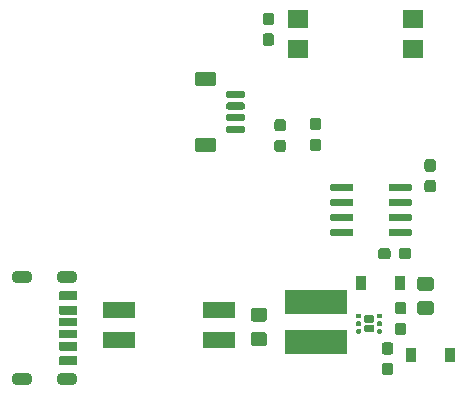
<source format=gtp>
G04 #@! TF.GenerationSoftware,KiCad,Pcbnew,(5.1.5-0)*
G04 #@! TF.CreationDate,2022-05-19T14:53:53-06:00*
G04 #@! TF.ProjectId,TPS61165-heater-v5,54505336-3131-4363-952d-686561746572,rev?*
G04 #@! TF.SameCoordinates,Original*
G04 #@! TF.FileFunction,Paste,Top*
G04 #@! TF.FilePolarity,Positive*
%FSLAX46Y46*%
G04 Gerber Fmt 4.6, Leading zero omitted, Abs format (unit mm)*
G04 Created by KiCad (PCBNEW (5.1.5-0)) date 2022-05-19 14:53:53*
%MOMM*%
%LPD*%
G04 APERTURE LIST*
%ADD10C,0.100000*%
%ADD11O,1.800000X1.100000*%
%ADD12R,1.500000X0.800000*%
%ADD13R,1.500000X0.760000*%
%ADD14R,1.500000X0.700000*%
%ADD15R,0.900000X1.200000*%
%ADD16R,1.800000X1.600000*%
%ADD17R,5.300000X2.000000*%
%ADD18R,2.825000X1.400000*%
G04 APERTURE END LIST*
D10*
G36*
X123224000Y-80650000D02*
G01*
X123224000Y-81450000D01*
X121726000Y-81450000D01*
X121726000Y-80650000D01*
X123224000Y-80650000D01*
G37*
G36*
X123224000Y-81900000D02*
G01*
X123224000Y-82660000D01*
X121726000Y-82660000D01*
X121726000Y-81900000D01*
X123224000Y-81900000D01*
G37*
G36*
X123224000Y-82949000D02*
G01*
X123224000Y-83650000D01*
X121726000Y-83650000D01*
X121726000Y-82949000D01*
X123224000Y-82949000D01*
G37*
G36*
X123224000Y-83950000D02*
G01*
X123224000Y-84651000D01*
X121726000Y-84651000D01*
X121726000Y-83950000D01*
X123224000Y-83950000D01*
G37*
G36*
X123224000Y-84940000D02*
G01*
X123224000Y-85700000D01*
X121726000Y-85700000D01*
X121726000Y-84940000D01*
X123224000Y-84940000D01*
G37*
G36*
X123224000Y-86149000D02*
G01*
X123224000Y-86950000D01*
X121726000Y-86950000D01*
X121726000Y-86149000D01*
X123224000Y-86149000D01*
G37*
D11*
X118525000Y-79480000D03*
X118525000Y-88120000D03*
X122325000Y-79480000D03*
X122325000Y-88120000D03*
D12*
X122475000Y-81050000D03*
D13*
X122475000Y-82280000D03*
D14*
X122475000Y-83300000D03*
X122475000Y-84300000D03*
D13*
X122475000Y-85320000D03*
D12*
X122475000Y-86550000D03*
D10*
G36*
X153360779Y-71251144D02*
G01*
X153383834Y-71254563D01*
X153406443Y-71260227D01*
X153428387Y-71268079D01*
X153449457Y-71278044D01*
X153469448Y-71290026D01*
X153488168Y-71303910D01*
X153505438Y-71319562D01*
X153521090Y-71336832D01*
X153534974Y-71355552D01*
X153546956Y-71375543D01*
X153556921Y-71396613D01*
X153564773Y-71418557D01*
X153570437Y-71441166D01*
X153573856Y-71464221D01*
X153575000Y-71487500D01*
X153575000Y-72062500D01*
X153573856Y-72085779D01*
X153570437Y-72108834D01*
X153564773Y-72131443D01*
X153556921Y-72153387D01*
X153546956Y-72174457D01*
X153534974Y-72194448D01*
X153521090Y-72213168D01*
X153505438Y-72230438D01*
X153488168Y-72246090D01*
X153469448Y-72259974D01*
X153449457Y-72271956D01*
X153428387Y-72281921D01*
X153406443Y-72289773D01*
X153383834Y-72295437D01*
X153360779Y-72298856D01*
X153337500Y-72300000D01*
X152862500Y-72300000D01*
X152839221Y-72298856D01*
X152816166Y-72295437D01*
X152793557Y-72289773D01*
X152771613Y-72281921D01*
X152750543Y-72271956D01*
X152730552Y-72259974D01*
X152711832Y-72246090D01*
X152694562Y-72230438D01*
X152678910Y-72213168D01*
X152665026Y-72194448D01*
X152653044Y-72174457D01*
X152643079Y-72153387D01*
X152635227Y-72131443D01*
X152629563Y-72108834D01*
X152626144Y-72085779D01*
X152625000Y-72062500D01*
X152625000Y-71487500D01*
X152626144Y-71464221D01*
X152629563Y-71441166D01*
X152635227Y-71418557D01*
X152643079Y-71396613D01*
X152653044Y-71375543D01*
X152665026Y-71355552D01*
X152678910Y-71336832D01*
X152694562Y-71319562D01*
X152711832Y-71303910D01*
X152730552Y-71290026D01*
X152750543Y-71278044D01*
X152771613Y-71268079D01*
X152793557Y-71260227D01*
X152816166Y-71254563D01*
X152839221Y-71251144D01*
X152862500Y-71250000D01*
X153337500Y-71250000D01*
X153360779Y-71251144D01*
G37*
G36*
X153360779Y-69501144D02*
G01*
X153383834Y-69504563D01*
X153406443Y-69510227D01*
X153428387Y-69518079D01*
X153449457Y-69528044D01*
X153469448Y-69540026D01*
X153488168Y-69553910D01*
X153505438Y-69569562D01*
X153521090Y-69586832D01*
X153534974Y-69605552D01*
X153546956Y-69625543D01*
X153556921Y-69646613D01*
X153564773Y-69668557D01*
X153570437Y-69691166D01*
X153573856Y-69714221D01*
X153575000Y-69737500D01*
X153575000Y-70312500D01*
X153573856Y-70335779D01*
X153570437Y-70358834D01*
X153564773Y-70381443D01*
X153556921Y-70403387D01*
X153546956Y-70424457D01*
X153534974Y-70444448D01*
X153521090Y-70463168D01*
X153505438Y-70480438D01*
X153488168Y-70496090D01*
X153469448Y-70509974D01*
X153449457Y-70521956D01*
X153428387Y-70531921D01*
X153406443Y-70539773D01*
X153383834Y-70545437D01*
X153360779Y-70548856D01*
X153337500Y-70550000D01*
X152862500Y-70550000D01*
X152839221Y-70548856D01*
X152816166Y-70545437D01*
X152793557Y-70539773D01*
X152771613Y-70531921D01*
X152750543Y-70521956D01*
X152730552Y-70509974D01*
X152711832Y-70496090D01*
X152694562Y-70480438D01*
X152678910Y-70463168D01*
X152665026Y-70444448D01*
X152653044Y-70424457D01*
X152643079Y-70403387D01*
X152635227Y-70381443D01*
X152629563Y-70358834D01*
X152626144Y-70335779D01*
X152625000Y-70312500D01*
X152625000Y-69737500D01*
X152626144Y-69714221D01*
X152629563Y-69691166D01*
X152635227Y-69668557D01*
X152643079Y-69646613D01*
X152653044Y-69625543D01*
X152665026Y-69605552D01*
X152678910Y-69586832D01*
X152694562Y-69569562D01*
X152711832Y-69553910D01*
X152730552Y-69540026D01*
X152750543Y-69528044D01*
X152771613Y-69518079D01*
X152793557Y-69510227D01*
X152816166Y-69504563D01*
X152839221Y-69501144D01*
X152862500Y-69500000D01*
X153337500Y-69500000D01*
X153360779Y-69501144D01*
G37*
G36*
X151414703Y-71595722D02*
G01*
X151429264Y-71597882D01*
X151443543Y-71601459D01*
X151457403Y-71606418D01*
X151470710Y-71612712D01*
X151483336Y-71620280D01*
X151495159Y-71629048D01*
X151506066Y-71638934D01*
X151515952Y-71649841D01*
X151524720Y-71661664D01*
X151532288Y-71674290D01*
X151538582Y-71687597D01*
X151543541Y-71701457D01*
X151547118Y-71715736D01*
X151549278Y-71730297D01*
X151550000Y-71745000D01*
X151550000Y-72045000D01*
X151549278Y-72059703D01*
X151547118Y-72074264D01*
X151543541Y-72088543D01*
X151538582Y-72102403D01*
X151532288Y-72115710D01*
X151524720Y-72128336D01*
X151515952Y-72140159D01*
X151506066Y-72151066D01*
X151495159Y-72160952D01*
X151483336Y-72169720D01*
X151470710Y-72177288D01*
X151457403Y-72183582D01*
X151443543Y-72188541D01*
X151429264Y-72192118D01*
X151414703Y-72194278D01*
X151400000Y-72195000D01*
X149750000Y-72195000D01*
X149735297Y-72194278D01*
X149720736Y-72192118D01*
X149706457Y-72188541D01*
X149692597Y-72183582D01*
X149679290Y-72177288D01*
X149666664Y-72169720D01*
X149654841Y-72160952D01*
X149643934Y-72151066D01*
X149634048Y-72140159D01*
X149625280Y-72128336D01*
X149617712Y-72115710D01*
X149611418Y-72102403D01*
X149606459Y-72088543D01*
X149602882Y-72074264D01*
X149600722Y-72059703D01*
X149600000Y-72045000D01*
X149600000Y-71745000D01*
X149600722Y-71730297D01*
X149602882Y-71715736D01*
X149606459Y-71701457D01*
X149611418Y-71687597D01*
X149617712Y-71674290D01*
X149625280Y-71661664D01*
X149634048Y-71649841D01*
X149643934Y-71638934D01*
X149654841Y-71629048D01*
X149666664Y-71620280D01*
X149679290Y-71612712D01*
X149692597Y-71606418D01*
X149706457Y-71601459D01*
X149720736Y-71597882D01*
X149735297Y-71595722D01*
X149750000Y-71595000D01*
X151400000Y-71595000D01*
X151414703Y-71595722D01*
G37*
G36*
X151414703Y-72865722D02*
G01*
X151429264Y-72867882D01*
X151443543Y-72871459D01*
X151457403Y-72876418D01*
X151470710Y-72882712D01*
X151483336Y-72890280D01*
X151495159Y-72899048D01*
X151506066Y-72908934D01*
X151515952Y-72919841D01*
X151524720Y-72931664D01*
X151532288Y-72944290D01*
X151538582Y-72957597D01*
X151543541Y-72971457D01*
X151547118Y-72985736D01*
X151549278Y-73000297D01*
X151550000Y-73015000D01*
X151550000Y-73315000D01*
X151549278Y-73329703D01*
X151547118Y-73344264D01*
X151543541Y-73358543D01*
X151538582Y-73372403D01*
X151532288Y-73385710D01*
X151524720Y-73398336D01*
X151515952Y-73410159D01*
X151506066Y-73421066D01*
X151495159Y-73430952D01*
X151483336Y-73439720D01*
X151470710Y-73447288D01*
X151457403Y-73453582D01*
X151443543Y-73458541D01*
X151429264Y-73462118D01*
X151414703Y-73464278D01*
X151400000Y-73465000D01*
X149750000Y-73465000D01*
X149735297Y-73464278D01*
X149720736Y-73462118D01*
X149706457Y-73458541D01*
X149692597Y-73453582D01*
X149679290Y-73447288D01*
X149666664Y-73439720D01*
X149654841Y-73430952D01*
X149643934Y-73421066D01*
X149634048Y-73410159D01*
X149625280Y-73398336D01*
X149617712Y-73385710D01*
X149611418Y-73372403D01*
X149606459Y-73358543D01*
X149602882Y-73344264D01*
X149600722Y-73329703D01*
X149600000Y-73315000D01*
X149600000Y-73015000D01*
X149600722Y-73000297D01*
X149602882Y-72985736D01*
X149606459Y-72971457D01*
X149611418Y-72957597D01*
X149617712Y-72944290D01*
X149625280Y-72931664D01*
X149634048Y-72919841D01*
X149643934Y-72908934D01*
X149654841Y-72899048D01*
X149666664Y-72890280D01*
X149679290Y-72882712D01*
X149692597Y-72876418D01*
X149706457Y-72871459D01*
X149720736Y-72867882D01*
X149735297Y-72865722D01*
X149750000Y-72865000D01*
X151400000Y-72865000D01*
X151414703Y-72865722D01*
G37*
G36*
X151414703Y-74135722D02*
G01*
X151429264Y-74137882D01*
X151443543Y-74141459D01*
X151457403Y-74146418D01*
X151470710Y-74152712D01*
X151483336Y-74160280D01*
X151495159Y-74169048D01*
X151506066Y-74178934D01*
X151515952Y-74189841D01*
X151524720Y-74201664D01*
X151532288Y-74214290D01*
X151538582Y-74227597D01*
X151543541Y-74241457D01*
X151547118Y-74255736D01*
X151549278Y-74270297D01*
X151550000Y-74285000D01*
X151550000Y-74585000D01*
X151549278Y-74599703D01*
X151547118Y-74614264D01*
X151543541Y-74628543D01*
X151538582Y-74642403D01*
X151532288Y-74655710D01*
X151524720Y-74668336D01*
X151515952Y-74680159D01*
X151506066Y-74691066D01*
X151495159Y-74700952D01*
X151483336Y-74709720D01*
X151470710Y-74717288D01*
X151457403Y-74723582D01*
X151443543Y-74728541D01*
X151429264Y-74732118D01*
X151414703Y-74734278D01*
X151400000Y-74735000D01*
X149750000Y-74735000D01*
X149735297Y-74734278D01*
X149720736Y-74732118D01*
X149706457Y-74728541D01*
X149692597Y-74723582D01*
X149679290Y-74717288D01*
X149666664Y-74709720D01*
X149654841Y-74700952D01*
X149643934Y-74691066D01*
X149634048Y-74680159D01*
X149625280Y-74668336D01*
X149617712Y-74655710D01*
X149611418Y-74642403D01*
X149606459Y-74628543D01*
X149602882Y-74614264D01*
X149600722Y-74599703D01*
X149600000Y-74585000D01*
X149600000Y-74285000D01*
X149600722Y-74270297D01*
X149602882Y-74255736D01*
X149606459Y-74241457D01*
X149611418Y-74227597D01*
X149617712Y-74214290D01*
X149625280Y-74201664D01*
X149634048Y-74189841D01*
X149643934Y-74178934D01*
X149654841Y-74169048D01*
X149666664Y-74160280D01*
X149679290Y-74152712D01*
X149692597Y-74146418D01*
X149706457Y-74141459D01*
X149720736Y-74137882D01*
X149735297Y-74135722D01*
X149750000Y-74135000D01*
X151400000Y-74135000D01*
X151414703Y-74135722D01*
G37*
G36*
X151414703Y-75405722D02*
G01*
X151429264Y-75407882D01*
X151443543Y-75411459D01*
X151457403Y-75416418D01*
X151470710Y-75422712D01*
X151483336Y-75430280D01*
X151495159Y-75439048D01*
X151506066Y-75448934D01*
X151515952Y-75459841D01*
X151524720Y-75471664D01*
X151532288Y-75484290D01*
X151538582Y-75497597D01*
X151543541Y-75511457D01*
X151547118Y-75525736D01*
X151549278Y-75540297D01*
X151550000Y-75555000D01*
X151550000Y-75855000D01*
X151549278Y-75869703D01*
X151547118Y-75884264D01*
X151543541Y-75898543D01*
X151538582Y-75912403D01*
X151532288Y-75925710D01*
X151524720Y-75938336D01*
X151515952Y-75950159D01*
X151506066Y-75961066D01*
X151495159Y-75970952D01*
X151483336Y-75979720D01*
X151470710Y-75987288D01*
X151457403Y-75993582D01*
X151443543Y-75998541D01*
X151429264Y-76002118D01*
X151414703Y-76004278D01*
X151400000Y-76005000D01*
X149750000Y-76005000D01*
X149735297Y-76004278D01*
X149720736Y-76002118D01*
X149706457Y-75998541D01*
X149692597Y-75993582D01*
X149679290Y-75987288D01*
X149666664Y-75979720D01*
X149654841Y-75970952D01*
X149643934Y-75961066D01*
X149634048Y-75950159D01*
X149625280Y-75938336D01*
X149617712Y-75925710D01*
X149611418Y-75912403D01*
X149606459Y-75898543D01*
X149602882Y-75884264D01*
X149600722Y-75869703D01*
X149600000Y-75855000D01*
X149600000Y-75555000D01*
X149600722Y-75540297D01*
X149602882Y-75525736D01*
X149606459Y-75511457D01*
X149611418Y-75497597D01*
X149617712Y-75484290D01*
X149625280Y-75471664D01*
X149634048Y-75459841D01*
X149643934Y-75448934D01*
X149654841Y-75439048D01*
X149666664Y-75430280D01*
X149679290Y-75422712D01*
X149692597Y-75416418D01*
X149706457Y-75411459D01*
X149720736Y-75407882D01*
X149735297Y-75405722D01*
X149750000Y-75405000D01*
X151400000Y-75405000D01*
X151414703Y-75405722D01*
G37*
G36*
X146464703Y-75405722D02*
G01*
X146479264Y-75407882D01*
X146493543Y-75411459D01*
X146507403Y-75416418D01*
X146520710Y-75422712D01*
X146533336Y-75430280D01*
X146545159Y-75439048D01*
X146556066Y-75448934D01*
X146565952Y-75459841D01*
X146574720Y-75471664D01*
X146582288Y-75484290D01*
X146588582Y-75497597D01*
X146593541Y-75511457D01*
X146597118Y-75525736D01*
X146599278Y-75540297D01*
X146600000Y-75555000D01*
X146600000Y-75855000D01*
X146599278Y-75869703D01*
X146597118Y-75884264D01*
X146593541Y-75898543D01*
X146588582Y-75912403D01*
X146582288Y-75925710D01*
X146574720Y-75938336D01*
X146565952Y-75950159D01*
X146556066Y-75961066D01*
X146545159Y-75970952D01*
X146533336Y-75979720D01*
X146520710Y-75987288D01*
X146507403Y-75993582D01*
X146493543Y-75998541D01*
X146479264Y-76002118D01*
X146464703Y-76004278D01*
X146450000Y-76005000D01*
X144800000Y-76005000D01*
X144785297Y-76004278D01*
X144770736Y-76002118D01*
X144756457Y-75998541D01*
X144742597Y-75993582D01*
X144729290Y-75987288D01*
X144716664Y-75979720D01*
X144704841Y-75970952D01*
X144693934Y-75961066D01*
X144684048Y-75950159D01*
X144675280Y-75938336D01*
X144667712Y-75925710D01*
X144661418Y-75912403D01*
X144656459Y-75898543D01*
X144652882Y-75884264D01*
X144650722Y-75869703D01*
X144650000Y-75855000D01*
X144650000Y-75555000D01*
X144650722Y-75540297D01*
X144652882Y-75525736D01*
X144656459Y-75511457D01*
X144661418Y-75497597D01*
X144667712Y-75484290D01*
X144675280Y-75471664D01*
X144684048Y-75459841D01*
X144693934Y-75448934D01*
X144704841Y-75439048D01*
X144716664Y-75430280D01*
X144729290Y-75422712D01*
X144742597Y-75416418D01*
X144756457Y-75411459D01*
X144770736Y-75407882D01*
X144785297Y-75405722D01*
X144800000Y-75405000D01*
X146450000Y-75405000D01*
X146464703Y-75405722D01*
G37*
G36*
X146464703Y-74135722D02*
G01*
X146479264Y-74137882D01*
X146493543Y-74141459D01*
X146507403Y-74146418D01*
X146520710Y-74152712D01*
X146533336Y-74160280D01*
X146545159Y-74169048D01*
X146556066Y-74178934D01*
X146565952Y-74189841D01*
X146574720Y-74201664D01*
X146582288Y-74214290D01*
X146588582Y-74227597D01*
X146593541Y-74241457D01*
X146597118Y-74255736D01*
X146599278Y-74270297D01*
X146600000Y-74285000D01*
X146600000Y-74585000D01*
X146599278Y-74599703D01*
X146597118Y-74614264D01*
X146593541Y-74628543D01*
X146588582Y-74642403D01*
X146582288Y-74655710D01*
X146574720Y-74668336D01*
X146565952Y-74680159D01*
X146556066Y-74691066D01*
X146545159Y-74700952D01*
X146533336Y-74709720D01*
X146520710Y-74717288D01*
X146507403Y-74723582D01*
X146493543Y-74728541D01*
X146479264Y-74732118D01*
X146464703Y-74734278D01*
X146450000Y-74735000D01*
X144800000Y-74735000D01*
X144785297Y-74734278D01*
X144770736Y-74732118D01*
X144756457Y-74728541D01*
X144742597Y-74723582D01*
X144729290Y-74717288D01*
X144716664Y-74709720D01*
X144704841Y-74700952D01*
X144693934Y-74691066D01*
X144684048Y-74680159D01*
X144675280Y-74668336D01*
X144667712Y-74655710D01*
X144661418Y-74642403D01*
X144656459Y-74628543D01*
X144652882Y-74614264D01*
X144650722Y-74599703D01*
X144650000Y-74585000D01*
X144650000Y-74285000D01*
X144650722Y-74270297D01*
X144652882Y-74255736D01*
X144656459Y-74241457D01*
X144661418Y-74227597D01*
X144667712Y-74214290D01*
X144675280Y-74201664D01*
X144684048Y-74189841D01*
X144693934Y-74178934D01*
X144704841Y-74169048D01*
X144716664Y-74160280D01*
X144729290Y-74152712D01*
X144742597Y-74146418D01*
X144756457Y-74141459D01*
X144770736Y-74137882D01*
X144785297Y-74135722D01*
X144800000Y-74135000D01*
X146450000Y-74135000D01*
X146464703Y-74135722D01*
G37*
G36*
X146464703Y-72865722D02*
G01*
X146479264Y-72867882D01*
X146493543Y-72871459D01*
X146507403Y-72876418D01*
X146520710Y-72882712D01*
X146533336Y-72890280D01*
X146545159Y-72899048D01*
X146556066Y-72908934D01*
X146565952Y-72919841D01*
X146574720Y-72931664D01*
X146582288Y-72944290D01*
X146588582Y-72957597D01*
X146593541Y-72971457D01*
X146597118Y-72985736D01*
X146599278Y-73000297D01*
X146600000Y-73015000D01*
X146600000Y-73315000D01*
X146599278Y-73329703D01*
X146597118Y-73344264D01*
X146593541Y-73358543D01*
X146588582Y-73372403D01*
X146582288Y-73385710D01*
X146574720Y-73398336D01*
X146565952Y-73410159D01*
X146556066Y-73421066D01*
X146545159Y-73430952D01*
X146533336Y-73439720D01*
X146520710Y-73447288D01*
X146507403Y-73453582D01*
X146493543Y-73458541D01*
X146479264Y-73462118D01*
X146464703Y-73464278D01*
X146450000Y-73465000D01*
X144800000Y-73465000D01*
X144785297Y-73464278D01*
X144770736Y-73462118D01*
X144756457Y-73458541D01*
X144742597Y-73453582D01*
X144729290Y-73447288D01*
X144716664Y-73439720D01*
X144704841Y-73430952D01*
X144693934Y-73421066D01*
X144684048Y-73410159D01*
X144675280Y-73398336D01*
X144667712Y-73385710D01*
X144661418Y-73372403D01*
X144656459Y-73358543D01*
X144652882Y-73344264D01*
X144650722Y-73329703D01*
X144650000Y-73315000D01*
X144650000Y-73015000D01*
X144650722Y-73000297D01*
X144652882Y-72985736D01*
X144656459Y-72971457D01*
X144661418Y-72957597D01*
X144667712Y-72944290D01*
X144675280Y-72931664D01*
X144684048Y-72919841D01*
X144693934Y-72908934D01*
X144704841Y-72899048D01*
X144716664Y-72890280D01*
X144729290Y-72882712D01*
X144742597Y-72876418D01*
X144756457Y-72871459D01*
X144770736Y-72867882D01*
X144785297Y-72865722D01*
X144800000Y-72865000D01*
X146450000Y-72865000D01*
X146464703Y-72865722D01*
G37*
G36*
X146464703Y-71595722D02*
G01*
X146479264Y-71597882D01*
X146493543Y-71601459D01*
X146507403Y-71606418D01*
X146520710Y-71612712D01*
X146533336Y-71620280D01*
X146545159Y-71629048D01*
X146556066Y-71638934D01*
X146565952Y-71649841D01*
X146574720Y-71661664D01*
X146582288Y-71674290D01*
X146588582Y-71687597D01*
X146593541Y-71701457D01*
X146597118Y-71715736D01*
X146599278Y-71730297D01*
X146600000Y-71745000D01*
X146600000Y-72045000D01*
X146599278Y-72059703D01*
X146597118Y-72074264D01*
X146593541Y-72088543D01*
X146588582Y-72102403D01*
X146582288Y-72115710D01*
X146574720Y-72128336D01*
X146565952Y-72140159D01*
X146556066Y-72151066D01*
X146545159Y-72160952D01*
X146533336Y-72169720D01*
X146520710Y-72177288D01*
X146507403Y-72183582D01*
X146493543Y-72188541D01*
X146479264Y-72192118D01*
X146464703Y-72194278D01*
X146450000Y-72195000D01*
X144800000Y-72195000D01*
X144785297Y-72194278D01*
X144770736Y-72192118D01*
X144756457Y-72188541D01*
X144742597Y-72183582D01*
X144729290Y-72177288D01*
X144716664Y-72169720D01*
X144704841Y-72160952D01*
X144693934Y-72151066D01*
X144684048Y-72140159D01*
X144675280Y-72128336D01*
X144667712Y-72115710D01*
X144661418Y-72102403D01*
X144656459Y-72088543D01*
X144652882Y-72074264D01*
X144650722Y-72059703D01*
X144650000Y-72045000D01*
X144650000Y-71745000D01*
X144650722Y-71730297D01*
X144652882Y-71715736D01*
X144656459Y-71701457D01*
X144661418Y-71687597D01*
X144667712Y-71674290D01*
X144675280Y-71661664D01*
X144684048Y-71649841D01*
X144693934Y-71638934D01*
X144704841Y-71629048D01*
X144716664Y-71620280D01*
X144729290Y-71612712D01*
X144742597Y-71606418D01*
X144756457Y-71601459D01*
X144770736Y-71597882D01*
X144785297Y-71595722D01*
X144800000Y-71595000D01*
X146450000Y-71595000D01*
X146464703Y-71595722D01*
G37*
D15*
X151450000Y-86100000D03*
X154750000Y-86100000D03*
D16*
X151676000Y-57630000D03*
X151676000Y-60170000D03*
X141924000Y-60170000D03*
X141924000Y-57630000D03*
D17*
X143400000Y-81600000D03*
X143400000Y-85000000D03*
D10*
G36*
X143660779Y-66001144D02*
G01*
X143683834Y-66004563D01*
X143706443Y-66010227D01*
X143728387Y-66018079D01*
X143749457Y-66028044D01*
X143769448Y-66040026D01*
X143788168Y-66053910D01*
X143805438Y-66069562D01*
X143821090Y-66086832D01*
X143834974Y-66105552D01*
X143846956Y-66125543D01*
X143856921Y-66146613D01*
X143864773Y-66168557D01*
X143870437Y-66191166D01*
X143873856Y-66214221D01*
X143875000Y-66237500D01*
X143875000Y-66812500D01*
X143873856Y-66835779D01*
X143870437Y-66858834D01*
X143864773Y-66881443D01*
X143856921Y-66903387D01*
X143846956Y-66924457D01*
X143834974Y-66944448D01*
X143821090Y-66963168D01*
X143805438Y-66980438D01*
X143788168Y-66996090D01*
X143769448Y-67009974D01*
X143749457Y-67021956D01*
X143728387Y-67031921D01*
X143706443Y-67039773D01*
X143683834Y-67045437D01*
X143660779Y-67048856D01*
X143637500Y-67050000D01*
X143162500Y-67050000D01*
X143139221Y-67048856D01*
X143116166Y-67045437D01*
X143093557Y-67039773D01*
X143071613Y-67031921D01*
X143050543Y-67021956D01*
X143030552Y-67009974D01*
X143011832Y-66996090D01*
X142994562Y-66980438D01*
X142978910Y-66963168D01*
X142965026Y-66944448D01*
X142953044Y-66924457D01*
X142943079Y-66903387D01*
X142935227Y-66881443D01*
X142929563Y-66858834D01*
X142926144Y-66835779D01*
X142925000Y-66812500D01*
X142925000Y-66237500D01*
X142926144Y-66214221D01*
X142929563Y-66191166D01*
X142935227Y-66168557D01*
X142943079Y-66146613D01*
X142953044Y-66125543D01*
X142965026Y-66105552D01*
X142978910Y-66086832D01*
X142994562Y-66069562D01*
X143011832Y-66053910D01*
X143030552Y-66040026D01*
X143050543Y-66028044D01*
X143071613Y-66018079D01*
X143093557Y-66010227D01*
X143116166Y-66004563D01*
X143139221Y-66001144D01*
X143162500Y-66000000D01*
X143637500Y-66000000D01*
X143660779Y-66001144D01*
G37*
G36*
X143660779Y-67751144D02*
G01*
X143683834Y-67754563D01*
X143706443Y-67760227D01*
X143728387Y-67768079D01*
X143749457Y-67778044D01*
X143769448Y-67790026D01*
X143788168Y-67803910D01*
X143805438Y-67819562D01*
X143821090Y-67836832D01*
X143834974Y-67855552D01*
X143846956Y-67875543D01*
X143856921Y-67896613D01*
X143864773Y-67918557D01*
X143870437Y-67941166D01*
X143873856Y-67964221D01*
X143875000Y-67987500D01*
X143875000Y-68562500D01*
X143873856Y-68585779D01*
X143870437Y-68608834D01*
X143864773Y-68631443D01*
X143856921Y-68653387D01*
X143846956Y-68674457D01*
X143834974Y-68694448D01*
X143821090Y-68713168D01*
X143805438Y-68730438D01*
X143788168Y-68746090D01*
X143769448Y-68759974D01*
X143749457Y-68771956D01*
X143728387Y-68781921D01*
X143706443Y-68789773D01*
X143683834Y-68795437D01*
X143660779Y-68798856D01*
X143637500Y-68800000D01*
X143162500Y-68800000D01*
X143139221Y-68798856D01*
X143116166Y-68795437D01*
X143093557Y-68789773D01*
X143071613Y-68781921D01*
X143050543Y-68771956D01*
X143030552Y-68759974D01*
X143011832Y-68746090D01*
X142994562Y-68730438D01*
X142978910Y-68713168D01*
X142965026Y-68694448D01*
X142953044Y-68674457D01*
X142943079Y-68653387D01*
X142935227Y-68631443D01*
X142929563Y-68608834D01*
X142926144Y-68585779D01*
X142925000Y-68562500D01*
X142925000Y-67987500D01*
X142926144Y-67964221D01*
X142929563Y-67941166D01*
X142935227Y-67918557D01*
X142943079Y-67896613D01*
X142953044Y-67875543D01*
X142965026Y-67855552D01*
X142978910Y-67836832D01*
X142994562Y-67819562D01*
X143011832Y-67803910D01*
X143030552Y-67790026D01*
X143050543Y-67778044D01*
X143071613Y-67768079D01*
X143093557Y-67760227D01*
X143116166Y-67754563D01*
X143139221Y-67751144D01*
X143162500Y-67750000D01*
X143637500Y-67750000D01*
X143660779Y-67751144D01*
G37*
G36*
X140660779Y-66101144D02*
G01*
X140683834Y-66104563D01*
X140706443Y-66110227D01*
X140728387Y-66118079D01*
X140749457Y-66128044D01*
X140769448Y-66140026D01*
X140788168Y-66153910D01*
X140805438Y-66169562D01*
X140821090Y-66186832D01*
X140834974Y-66205552D01*
X140846956Y-66225543D01*
X140856921Y-66246613D01*
X140864773Y-66268557D01*
X140870437Y-66291166D01*
X140873856Y-66314221D01*
X140875000Y-66337500D01*
X140875000Y-66912500D01*
X140873856Y-66935779D01*
X140870437Y-66958834D01*
X140864773Y-66981443D01*
X140856921Y-67003387D01*
X140846956Y-67024457D01*
X140834974Y-67044448D01*
X140821090Y-67063168D01*
X140805438Y-67080438D01*
X140788168Y-67096090D01*
X140769448Y-67109974D01*
X140749457Y-67121956D01*
X140728387Y-67131921D01*
X140706443Y-67139773D01*
X140683834Y-67145437D01*
X140660779Y-67148856D01*
X140637500Y-67150000D01*
X140162500Y-67150000D01*
X140139221Y-67148856D01*
X140116166Y-67145437D01*
X140093557Y-67139773D01*
X140071613Y-67131921D01*
X140050543Y-67121956D01*
X140030552Y-67109974D01*
X140011832Y-67096090D01*
X139994562Y-67080438D01*
X139978910Y-67063168D01*
X139965026Y-67044448D01*
X139953044Y-67024457D01*
X139943079Y-67003387D01*
X139935227Y-66981443D01*
X139929563Y-66958834D01*
X139926144Y-66935779D01*
X139925000Y-66912500D01*
X139925000Y-66337500D01*
X139926144Y-66314221D01*
X139929563Y-66291166D01*
X139935227Y-66268557D01*
X139943079Y-66246613D01*
X139953044Y-66225543D01*
X139965026Y-66205552D01*
X139978910Y-66186832D01*
X139994562Y-66169562D01*
X140011832Y-66153910D01*
X140030552Y-66140026D01*
X140050543Y-66128044D01*
X140071613Y-66118079D01*
X140093557Y-66110227D01*
X140116166Y-66104563D01*
X140139221Y-66101144D01*
X140162500Y-66100000D01*
X140637500Y-66100000D01*
X140660779Y-66101144D01*
G37*
G36*
X140660779Y-67851144D02*
G01*
X140683834Y-67854563D01*
X140706443Y-67860227D01*
X140728387Y-67868079D01*
X140749457Y-67878044D01*
X140769448Y-67890026D01*
X140788168Y-67903910D01*
X140805438Y-67919562D01*
X140821090Y-67936832D01*
X140834974Y-67955552D01*
X140846956Y-67975543D01*
X140856921Y-67996613D01*
X140864773Y-68018557D01*
X140870437Y-68041166D01*
X140873856Y-68064221D01*
X140875000Y-68087500D01*
X140875000Y-68662500D01*
X140873856Y-68685779D01*
X140870437Y-68708834D01*
X140864773Y-68731443D01*
X140856921Y-68753387D01*
X140846956Y-68774457D01*
X140834974Y-68794448D01*
X140821090Y-68813168D01*
X140805438Y-68830438D01*
X140788168Y-68846090D01*
X140769448Y-68859974D01*
X140749457Y-68871956D01*
X140728387Y-68881921D01*
X140706443Y-68889773D01*
X140683834Y-68895437D01*
X140660779Y-68898856D01*
X140637500Y-68900000D01*
X140162500Y-68900000D01*
X140139221Y-68898856D01*
X140116166Y-68895437D01*
X140093557Y-68889773D01*
X140071613Y-68881921D01*
X140050543Y-68871956D01*
X140030552Y-68859974D01*
X140011832Y-68846090D01*
X139994562Y-68830438D01*
X139978910Y-68813168D01*
X139965026Y-68794448D01*
X139953044Y-68774457D01*
X139943079Y-68753387D01*
X139935227Y-68731443D01*
X139929563Y-68708834D01*
X139926144Y-68685779D01*
X139925000Y-68662500D01*
X139925000Y-68087500D01*
X139926144Y-68064221D01*
X139929563Y-68041166D01*
X139935227Y-68018557D01*
X139943079Y-67996613D01*
X139953044Y-67975543D01*
X139965026Y-67955552D01*
X139978910Y-67936832D01*
X139994562Y-67919562D01*
X140011832Y-67903910D01*
X140030552Y-67890026D01*
X140050543Y-67878044D01*
X140071613Y-67868079D01*
X140093557Y-67860227D01*
X140116166Y-67854563D01*
X140139221Y-67851144D01*
X140162500Y-67850000D01*
X140637500Y-67850000D01*
X140660779Y-67851144D01*
G37*
G36*
X134774505Y-62101204D02*
G01*
X134798773Y-62104804D01*
X134822572Y-62110765D01*
X134845671Y-62119030D01*
X134867850Y-62129520D01*
X134888893Y-62142132D01*
X134908599Y-62156747D01*
X134926777Y-62173223D01*
X134943253Y-62191401D01*
X134957868Y-62211107D01*
X134970480Y-62232150D01*
X134980970Y-62254329D01*
X134989235Y-62277428D01*
X134995196Y-62301227D01*
X134998796Y-62325495D01*
X135000000Y-62349999D01*
X135000000Y-63050001D01*
X134998796Y-63074505D01*
X134995196Y-63098773D01*
X134989235Y-63122572D01*
X134980970Y-63145671D01*
X134970480Y-63167850D01*
X134957868Y-63188893D01*
X134943253Y-63208599D01*
X134926777Y-63226777D01*
X134908599Y-63243253D01*
X134888893Y-63257868D01*
X134867850Y-63270480D01*
X134845671Y-63280970D01*
X134822572Y-63289235D01*
X134798773Y-63295196D01*
X134774505Y-63298796D01*
X134750001Y-63300000D01*
X133449999Y-63300000D01*
X133425495Y-63298796D01*
X133401227Y-63295196D01*
X133377428Y-63289235D01*
X133354329Y-63280970D01*
X133332150Y-63270480D01*
X133311107Y-63257868D01*
X133291401Y-63243253D01*
X133273223Y-63226777D01*
X133256747Y-63208599D01*
X133242132Y-63188893D01*
X133229520Y-63167850D01*
X133219030Y-63145671D01*
X133210765Y-63122572D01*
X133204804Y-63098773D01*
X133201204Y-63074505D01*
X133200000Y-63050001D01*
X133200000Y-62349999D01*
X133201204Y-62325495D01*
X133204804Y-62301227D01*
X133210765Y-62277428D01*
X133219030Y-62254329D01*
X133229520Y-62232150D01*
X133242132Y-62211107D01*
X133256747Y-62191401D01*
X133273223Y-62173223D01*
X133291401Y-62156747D01*
X133311107Y-62142132D01*
X133332150Y-62129520D01*
X133354329Y-62119030D01*
X133377428Y-62110765D01*
X133401227Y-62104804D01*
X133425495Y-62101204D01*
X133449999Y-62100000D01*
X134750001Y-62100000D01*
X134774505Y-62101204D01*
G37*
G36*
X134774505Y-67701204D02*
G01*
X134798773Y-67704804D01*
X134822572Y-67710765D01*
X134845671Y-67719030D01*
X134867850Y-67729520D01*
X134888893Y-67742132D01*
X134908599Y-67756747D01*
X134926777Y-67773223D01*
X134943253Y-67791401D01*
X134957868Y-67811107D01*
X134970480Y-67832150D01*
X134980970Y-67854329D01*
X134989235Y-67877428D01*
X134995196Y-67901227D01*
X134998796Y-67925495D01*
X135000000Y-67949999D01*
X135000000Y-68650001D01*
X134998796Y-68674505D01*
X134995196Y-68698773D01*
X134989235Y-68722572D01*
X134980970Y-68745671D01*
X134970480Y-68767850D01*
X134957868Y-68788893D01*
X134943253Y-68808599D01*
X134926777Y-68826777D01*
X134908599Y-68843253D01*
X134888893Y-68857868D01*
X134867850Y-68870480D01*
X134845671Y-68880970D01*
X134822572Y-68889235D01*
X134798773Y-68895196D01*
X134774505Y-68898796D01*
X134750001Y-68900000D01*
X133449999Y-68900000D01*
X133425495Y-68898796D01*
X133401227Y-68895196D01*
X133377428Y-68889235D01*
X133354329Y-68880970D01*
X133332150Y-68870480D01*
X133311107Y-68857868D01*
X133291401Y-68843253D01*
X133273223Y-68826777D01*
X133256747Y-68808599D01*
X133242132Y-68788893D01*
X133229520Y-68767850D01*
X133219030Y-68745671D01*
X133210765Y-68722572D01*
X133204804Y-68698773D01*
X133201204Y-68674505D01*
X133200000Y-68650001D01*
X133200000Y-67949999D01*
X133201204Y-67925495D01*
X133204804Y-67901227D01*
X133210765Y-67877428D01*
X133219030Y-67854329D01*
X133229520Y-67832150D01*
X133242132Y-67811107D01*
X133256747Y-67791401D01*
X133273223Y-67773223D01*
X133291401Y-67756747D01*
X133311107Y-67742132D01*
X133332150Y-67729520D01*
X133354329Y-67719030D01*
X133377428Y-67710765D01*
X133401227Y-67704804D01*
X133425495Y-67701204D01*
X133449999Y-67700000D01*
X134750001Y-67700000D01*
X134774505Y-67701204D01*
G37*
G36*
X137264703Y-63700722D02*
G01*
X137279264Y-63702882D01*
X137293543Y-63706459D01*
X137307403Y-63711418D01*
X137320710Y-63717712D01*
X137333336Y-63725280D01*
X137345159Y-63734048D01*
X137356066Y-63743934D01*
X137365952Y-63754841D01*
X137374720Y-63766664D01*
X137382288Y-63779290D01*
X137388582Y-63792597D01*
X137393541Y-63806457D01*
X137397118Y-63820736D01*
X137399278Y-63835297D01*
X137400000Y-63850000D01*
X137400000Y-64150000D01*
X137399278Y-64164703D01*
X137397118Y-64179264D01*
X137393541Y-64193543D01*
X137388582Y-64207403D01*
X137382288Y-64220710D01*
X137374720Y-64233336D01*
X137365952Y-64245159D01*
X137356066Y-64256066D01*
X137345159Y-64265952D01*
X137333336Y-64274720D01*
X137320710Y-64282288D01*
X137307403Y-64288582D01*
X137293543Y-64293541D01*
X137279264Y-64297118D01*
X137264703Y-64299278D01*
X137250000Y-64300000D01*
X136000000Y-64300000D01*
X135985297Y-64299278D01*
X135970736Y-64297118D01*
X135956457Y-64293541D01*
X135942597Y-64288582D01*
X135929290Y-64282288D01*
X135916664Y-64274720D01*
X135904841Y-64265952D01*
X135893934Y-64256066D01*
X135884048Y-64245159D01*
X135875280Y-64233336D01*
X135867712Y-64220710D01*
X135861418Y-64207403D01*
X135856459Y-64193543D01*
X135852882Y-64179264D01*
X135850722Y-64164703D01*
X135850000Y-64150000D01*
X135850000Y-63850000D01*
X135850722Y-63835297D01*
X135852882Y-63820736D01*
X135856459Y-63806457D01*
X135861418Y-63792597D01*
X135867712Y-63779290D01*
X135875280Y-63766664D01*
X135884048Y-63754841D01*
X135893934Y-63743934D01*
X135904841Y-63734048D01*
X135916664Y-63725280D01*
X135929290Y-63717712D01*
X135942597Y-63711418D01*
X135956457Y-63706459D01*
X135970736Y-63702882D01*
X135985297Y-63700722D01*
X136000000Y-63700000D01*
X137250000Y-63700000D01*
X137264703Y-63700722D01*
G37*
G36*
X137264703Y-64700722D02*
G01*
X137279264Y-64702882D01*
X137293543Y-64706459D01*
X137307403Y-64711418D01*
X137320710Y-64717712D01*
X137333336Y-64725280D01*
X137345159Y-64734048D01*
X137356066Y-64743934D01*
X137365952Y-64754841D01*
X137374720Y-64766664D01*
X137382288Y-64779290D01*
X137388582Y-64792597D01*
X137393541Y-64806457D01*
X137397118Y-64820736D01*
X137399278Y-64835297D01*
X137400000Y-64850000D01*
X137400000Y-65150000D01*
X137399278Y-65164703D01*
X137397118Y-65179264D01*
X137393541Y-65193543D01*
X137388582Y-65207403D01*
X137382288Y-65220710D01*
X137374720Y-65233336D01*
X137365952Y-65245159D01*
X137356066Y-65256066D01*
X137345159Y-65265952D01*
X137333336Y-65274720D01*
X137320710Y-65282288D01*
X137307403Y-65288582D01*
X137293543Y-65293541D01*
X137279264Y-65297118D01*
X137264703Y-65299278D01*
X137250000Y-65300000D01*
X136000000Y-65300000D01*
X135985297Y-65299278D01*
X135970736Y-65297118D01*
X135956457Y-65293541D01*
X135942597Y-65288582D01*
X135929290Y-65282288D01*
X135916664Y-65274720D01*
X135904841Y-65265952D01*
X135893934Y-65256066D01*
X135884048Y-65245159D01*
X135875280Y-65233336D01*
X135867712Y-65220710D01*
X135861418Y-65207403D01*
X135856459Y-65193543D01*
X135852882Y-65179264D01*
X135850722Y-65164703D01*
X135850000Y-65150000D01*
X135850000Y-64850000D01*
X135850722Y-64835297D01*
X135852882Y-64820736D01*
X135856459Y-64806457D01*
X135861418Y-64792597D01*
X135867712Y-64779290D01*
X135875280Y-64766664D01*
X135884048Y-64754841D01*
X135893934Y-64743934D01*
X135904841Y-64734048D01*
X135916664Y-64725280D01*
X135929290Y-64717712D01*
X135942597Y-64711418D01*
X135956457Y-64706459D01*
X135970736Y-64702882D01*
X135985297Y-64700722D01*
X136000000Y-64700000D01*
X137250000Y-64700000D01*
X137264703Y-64700722D01*
G37*
G36*
X137264703Y-65700722D02*
G01*
X137279264Y-65702882D01*
X137293543Y-65706459D01*
X137307403Y-65711418D01*
X137320710Y-65717712D01*
X137333336Y-65725280D01*
X137345159Y-65734048D01*
X137356066Y-65743934D01*
X137365952Y-65754841D01*
X137374720Y-65766664D01*
X137382288Y-65779290D01*
X137388582Y-65792597D01*
X137393541Y-65806457D01*
X137397118Y-65820736D01*
X137399278Y-65835297D01*
X137400000Y-65850000D01*
X137400000Y-66150000D01*
X137399278Y-66164703D01*
X137397118Y-66179264D01*
X137393541Y-66193543D01*
X137388582Y-66207403D01*
X137382288Y-66220710D01*
X137374720Y-66233336D01*
X137365952Y-66245159D01*
X137356066Y-66256066D01*
X137345159Y-66265952D01*
X137333336Y-66274720D01*
X137320710Y-66282288D01*
X137307403Y-66288582D01*
X137293543Y-66293541D01*
X137279264Y-66297118D01*
X137264703Y-66299278D01*
X137250000Y-66300000D01*
X136000000Y-66300000D01*
X135985297Y-66299278D01*
X135970736Y-66297118D01*
X135956457Y-66293541D01*
X135942597Y-66288582D01*
X135929290Y-66282288D01*
X135916664Y-66274720D01*
X135904841Y-66265952D01*
X135893934Y-66256066D01*
X135884048Y-66245159D01*
X135875280Y-66233336D01*
X135867712Y-66220710D01*
X135861418Y-66207403D01*
X135856459Y-66193543D01*
X135852882Y-66179264D01*
X135850722Y-66164703D01*
X135850000Y-66150000D01*
X135850000Y-65850000D01*
X135850722Y-65835297D01*
X135852882Y-65820736D01*
X135856459Y-65806457D01*
X135861418Y-65792597D01*
X135867712Y-65779290D01*
X135875280Y-65766664D01*
X135884048Y-65754841D01*
X135893934Y-65743934D01*
X135904841Y-65734048D01*
X135916664Y-65725280D01*
X135929290Y-65717712D01*
X135942597Y-65711418D01*
X135956457Y-65706459D01*
X135970736Y-65702882D01*
X135985297Y-65700722D01*
X136000000Y-65700000D01*
X137250000Y-65700000D01*
X137264703Y-65700722D01*
G37*
G36*
X137264703Y-66700722D02*
G01*
X137279264Y-66702882D01*
X137293543Y-66706459D01*
X137307403Y-66711418D01*
X137320710Y-66717712D01*
X137333336Y-66725280D01*
X137345159Y-66734048D01*
X137356066Y-66743934D01*
X137365952Y-66754841D01*
X137374720Y-66766664D01*
X137382288Y-66779290D01*
X137388582Y-66792597D01*
X137393541Y-66806457D01*
X137397118Y-66820736D01*
X137399278Y-66835297D01*
X137400000Y-66850000D01*
X137400000Y-67150000D01*
X137399278Y-67164703D01*
X137397118Y-67179264D01*
X137393541Y-67193543D01*
X137388582Y-67207403D01*
X137382288Y-67220710D01*
X137374720Y-67233336D01*
X137365952Y-67245159D01*
X137356066Y-67256066D01*
X137345159Y-67265952D01*
X137333336Y-67274720D01*
X137320710Y-67282288D01*
X137307403Y-67288582D01*
X137293543Y-67293541D01*
X137279264Y-67297118D01*
X137264703Y-67299278D01*
X137250000Y-67300000D01*
X136000000Y-67300000D01*
X135985297Y-67299278D01*
X135970736Y-67297118D01*
X135956457Y-67293541D01*
X135942597Y-67288582D01*
X135929290Y-67282288D01*
X135916664Y-67274720D01*
X135904841Y-67265952D01*
X135893934Y-67256066D01*
X135884048Y-67245159D01*
X135875280Y-67233336D01*
X135867712Y-67220710D01*
X135861418Y-67207403D01*
X135856459Y-67193543D01*
X135852882Y-67179264D01*
X135850722Y-67164703D01*
X135850000Y-67150000D01*
X135850000Y-66850000D01*
X135850722Y-66835297D01*
X135852882Y-66820736D01*
X135856459Y-66806457D01*
X135861418Y-66792597D01*
X135867712Y-66779290D01*
X135875280Y-66766664D01*
X135884048Y-66754841D01*
X135893934Y-66743934D01*
X135904841Y-66734048D01*
X135916664Y-66725280D01*
X135929290Y-66717712D01*
X135942597Y-66711418D01*
X135956457Y-66706459D01*
X135970736Y-66702882D01*
X135985297Y-66700722D01*
X136000000Y-66700000D01*
X137250000Y-66700000D01*
X137264703Y-66700722D01*
G37*
G36*
X151285779Y-77026144D02*
G01*
X151308834Y-77029563D01*
X151331443Y-77035227D01*
X151353387Y-77043079D01*
X151374457Y-77053044D01*
X151394448Y-77065026D01*
X151413168Y-77078910D01*
X151430438Y-77094562D01*
X151446090Y-77111832D01*
X151459974Y-77130552D01*
X151471956Y-77150543D01*
X151481921Y-77171613D01*
X151489773Y-77193557D01*
X151495437Y-77216166D01*
X151498856Y-77239221D01*
X151500000Y-77262500D01*
X151500000Y-77737500D01*
X151498856Y-77760779D01*
X151495437Y-77783834D01*
X151489773Y-77806443D01*
X151481921Y-77828387D01*
X151471956Y-77849457D01*
X151459974Y-77869448D01*
X151446090Y-77888168D01*
X151430438Y-77905438D01*
X151413168Y-77921090D01*
X151394448Y-77934974D01*
X151374457Y-77946956D01*
X151353387Y-77956921D01*
X151331443Y-77964773D01*
X151308834Y-77970437D01*
X151285779Y-77973856D01*
X151262500Y-77975000D01*
X150687500Y-77975000D01*
X150664221Y-77973856D01*
X150641166Y-77970437D01*
X150618557Y-77964773D01*
X150596613Y-77956921D01*
X150575543Y-77946956D01*
X150555552Y-77934974D01*
X150536832Y-77921090D01*
X150519562Y-77905438D01*
X150503910Y-77888168D01*
X150490026Y-77869448D01*
X150478044Y-77849457D01*
X150468079Y-77828387D01*
X150460227Y-77806443D01*
X150454563Y-77783834D01*
X150451144Y-77760779D01*
X150450000Y-77737500D01*
X150450000Y-77262500D01*
X150451144Y-77239221D01*
X150454563Y-77216166D01*
X150460227Y-77193557D01*
X150468079Y-77171613D01*
X150478044Y-77150543D01*
X150490026Y-77130552D01*
X150503910Y-77111832D01*
X150519562Y-77094562D01*
X150536832Y-77078910D01*
X150555552Y-77065026D01*
X150575543Y-77053044D01*
X150596613Y-77043079D01*
X150618557Y-77035227D01*
X150641166Y-77029563D01*
X150664221Y-77026144D01*
X150687500Y-77025000D01*
X151262500Y-77025000D01*
X151285779Y-77026144D01*
G37*
G36*
X149535779Y-77026144D02*
G01*
X149558834Y-77029563D01*
X149581443Y-77035227D01*
X149603387Y-77043079D01*
X149624457Y-77053044D01*
X149644448Y-77065026D01*
X149663168Y-77078910D01*
X149680438Y-77094562D01*
X149696090Y-77111832D01*
X149709974Y-77130552D01*
X149721956Y-77150543D01*
X149731921Y-77171613D01*
X149739773Y-77193557D01*
X149745437Y-77216166D01*
X149748856Y-77239221D01*
X149750000Y-77262500D01*
X149750000Y-77737500D01*
X149748856Y-77760779D01*
X149745437Y-77783834D01*
X149739773Y-77806443D01*
X149731921Y-77828387D01*
X149721956Y-77849457D01*
X149709974Y-77869448D01*
X149696090Y-77888168D01*
X149680438Y-77905438D01*
X149663168Y-77921090D01*
X149644448Y-77934974D01*
X149624457Y-77946956D01*
X149603387Y-77956921D01*
X149581443Y-77964773D01*
X149558834Y-77970437D01*
X149535779Y-77973856D01*
X149512500Y-77975000D01*
X148937500Y-77975000D01*
X148914221Y-77973856D01*
X148891166Y-77970437D01*
X148868557Y-77964773D01*
X148846613Y-77956921D01*
X148825543Y-77946956D01*
X148805552Y-77934974D01*
X148786832Y-77921090D01*
X148769562Y-77905438D01*
X148753910Y-77888168D01*
X148740026Y-77869448D01*
X148728044Y-77849457D01*
X148718079Y-77828387D01*
X148710227Y-77806443D01*
X148704563Y-77783834D01*
X148701144Y-77760779D01*
X148700000Y-77737500D01*
X148700000Y-77262500D01*
X148701144Y-77239221D01*
X148704563Y-77216166D01*
X148710227Y-77193557D01*
X148718079Y-77171613D01*
X148728044Y-77150543D01*
X148740026Y-77130552D01*
X148753910Y-77111832D01*
X148769562Y-77094562D01*
X148786832Y-77078910D01*
X148805552Y-77065026D01*
X148825543Y-77053044D01*
X148846613Y-77043079D01*
X148868557Y-77035227D01*
X148891166Y-77029563D01*
X148914221Y-77026144D01*
X148937500Y-77025000D01*
X149512500Y-77025000D01*
X149535779Y-77026144D01*
G37*
G36*
X139660779Y-57101144D02*
G01*
X139683834Y-57104563D01*
X139706443Y-57110227D01*
X139728387Y-57118079D01*
X139749457Y-57128044D01*
X139769448Y-57140026D01*
X139788168Y-57153910D01*
X139805438Y-57169562D01*
X139821090Y-57186832D01*
X139834974Y-57205552D01*
X139846956Y-57225543D01*
X139856921Y-57246613D01*
X139864773Y-57268557D01*
X139870437Y-57291166D01*
X139873856Y-57314221D01*
X139875000Y-57337500D01*
X139875000Y-57912500D01*
X139873856Y-57935779D01*
X139870437Y-57958834D01*
X139864773Y-57981443D01*
X139856921Y-58003387D01*
X139846956Y-58024457D01*
X139834974Y-58044448D01*
X139821090Y-58063168D01*
X139805438Y-58080438D01*
X139788168Y-58096090D01*
X139769448Y-58109974D01*
X139749457Y-58121956D01*
X139728387Y-58131921D01*
X139706443Y-58139773D01*
X139683834Y-58145437D01*
X139660779Y-58148856D01*
X139637500Y-58150000D01*
X139162500Y-58150000D01*
X139139221Y-58148856D01*
X139116166Y-58145437D01*
X139093557Y-58139773D01*
X139071613Y-58131921D01*
X139050543Y-58121956D01*
X139030552Y-58109974D01*
X139011832Y-58096090D01*
X138994562Y-58080438D01*
X138978910Y-58063168D01*
X138965026Y-58044448D01*
X138953044Y-58024457D01*
X138943079Y-58003387D01*
X138935227Y-57981443D01*
X138929563Y-57958834D01*
X138926144Y-57935779D01*
X138925000Y-57912500D01*
X138925000Y-57337500D01*
X138926144Y-57314221D01*
X138929563Y-57291166D01*
X138935227Y-57268557D01*
X138943079Y-57246613D01*
X138953044Y-57225543D01*
X138965026Y-57205552D01*
X138978910Y-57186832D01*
X138994562Y-57169562D01*
X139011832Y-57153910D01*
X139030552Y-57140026D01*
X139050543Y-57128044D01*
X139071613Y-57118079D01*
X139093557Y-57110227D01*
X139116166Y-57104563D01*
X139139221Y-57101144D01*
X139162500Y-57100000D01*
X139637500Y-57100000D01*
X139660779Y-57101144D01*
G37*
G36*
X139660779Y-58851144D02*
G01*
X139683834Y-58854563D01*
X139706443Y-58860227D01*
X139728387Y-58868079D01*
X139749457Y-58878044D01*
X139769448Y-58890026D01*
X139788168Y-58903910D01*
X139805438Y-58919562D01*
X139821090Y-58936832D01*
X139834974Y-58955552D01*
X139846956Y-58975543D01*
X139856921Y-58996613D01*
X139864773Y-59018557D01*
X139870437Y-59041166D01*
X139873856Y-59064221D01*
X139875000Y-59087500D01*
X139875000Y-59662500D01*
X139873856Y-59685779D01*
X139870437Y-59708834D01*
X139864773Y-59731443D01*
X139856921Y-59753387D01*
X139846956Y-59774457D01*
X139834974Y-59794448D01*
X139821090Y-59813168D01*
X139805438Y-59830438D01*
X139788168Y-59846090D01*
X139769448Y-59859974D01*
X139749457Y-59871956D01*
X139728387Y-59881921D01*
X139706443Y-59889773D01*
X139683834Y-59895437D01*
X139660779Y-59898856D01*
X139637500Y-59900000D01*
X139162500Y-59900000D01*
X139139221Y-59898856D01*
X139116166Y-59895437D01*
X139093557Y-59889773D01*
X139071613Y-59881921D01*
X139050543Y-59871956D01*
X139030552Y-59859974D01*
X139011832Y-59846090D01*
X138994562Y-59830438D01*
X138978910Y-59813168D01*
X138965026Y-59794448D01*
X138953044Y-59774457D01*
X138943079Y-59753387D01*
X138935227Y-59731443D01*
X138929563Y-59708834D01*
X138926144Y-59685779D01*
X138925000Y-59662500D01*
X138925000Y-59087500D01*
X138926144Y-59064221D01*
X138929563Y-59041166D01*
X138935227Y-59018557D01*
X138943079Y-58996613D01*
X138953044Y-58975543D01*
X138965026Y-58955552D01*
X138978910Y-58936832D01*
X138994562Y-58919562D01*
X139011832Y-58903910D01*
X139030552Y-58890026D01*
X139050543Y-58878044D01*
X139071613Y-58868079D01*
X139093557Y-58860227D01*
X139116166Y-58854563D01*
X139139221Y-58851144D01*
X139162500Y-58850000D01*
X139637500Y-58850000D01*
X139660779Y-58851144D01*
G37*
D18*
X135237000Y-82230000D03*
X135237000Y-84770000D03*
X126763000Y-84770000D03*
X126763000Y-82230000D03*
D10*
G36*
X148190683Y-82710770D02*
G01*
X148206214Y-82713074D01*
X148221446Y-82716890D01*
X148236229Y-82722179D01*
X148250423Y-82728893D01*
X148263891Y-82736965D01*
X148276503Y-82746318D01*
X148288137Y-82756863D01*
X148298682Y-82768497D01*
X148308035Y-82781109D01*
X148316107Y-82794577D01*
X148322821Y-82808771D01*
X148328110Y-82823554D01*
X148331926Y-82838786D01*
X148334230Y-82854317D01*
X148335000Y-82870000D01*
X148335000Y-83190000D01*
X148334230Y-83205683D01*
X148331926Y-83221214D01*
X148328110Y-83236446D01*
X148322821Y-83251229D01*
X148316107Y-83265423D01*
X148308035Y-83278891D01*
X148298682Y-83291503D01*
X148288137Y-83303137D01*
X148276503Y-83313682D01*
X148263891Y-83323035D01*
X148250423Y-83331107D01*
X148236229Y-83337821D01*
X148221446Y-83343110D01*
X148206214Y-83346926D01*
X148190683Y-83349230D01*
X148175000Y-83350000D01*
X147685000Y-83350000D01*
X147669317Y-83349230D01*
X147653786Y-83346926D01*
X147638554Y-83343110D01*
X147623771Y-83337821D01*
X147609577Y-83331107D01*
X147596109Y-83323035D01*
X147583497Y-83313682D01*
X147571863Y-83303137D01*
X147561318Y-83291503D01*
X147551965Y-83278891D01*
X147543893Y-83265423D01*
X147537179Y-83251229D01*
X147531890Y-83236446D01*
X147528074Y-83221214D01*
X147525770Y-83205683D01*
X147525000Y-83190000D01*
X147525000Y-82870000D01*
X147525770Y-82854317D01*
X147528074Y-82838786D01*
X147531890Y-82823554D01*
X147537179Y-82808771D01*
X147543893Y-82794577D01*
X147551965Y-82781109D01*
X147561318Y-82768497D01*
X147571863Y-82756863D01*
X147583497Y-82746318D01*
X147596109Y-82736965D01*
X147609577Y-82728893D01*
X147623771Y-82722179D01*
X147638554Y-82716890D01*
X147653786Y-82713074D01*
X147669317Y-82710770D01*
X147685000Y-82710000D01*
X148175000Y-82710000D01*
X148190683Y-82710770D01*
G37*
G36*
X148190683Y-83510770D02*
G01*
X148206214Y-83513074D01*
X148221446Y-83516890D01*
X148236229Y-83522179D01*
X148250423Y-83528893D01*
X148263891Y-83536965D01*
X148276503Y-83546318D01*
X148288137Y-83556863D01*
X148298682Y-83568497D01*
X148308035Y-83581109D01*
X148316107Y-83594577D01*
X148322821Y-83608771D01*
X148328110Y-83623554D01*
X148331926Y-83638786D01*
X148334230Y-83654317D01*
X148335000Y-83670000D01*
X148335000Y-83990000D01*
X148334230Y-84005683D01*
X148331926Y-84021214D01*
X148328110Y-84036446D01*
X148322821Y-84051229D01*
X148316107Y-84065423D01*
X148308035Y-84078891D01*
X148298682Y-84091503D01*
X148288137Y-84103137D01*
X148276503Y-84113682D01*
X148263891Y-84123035D01*
X148250423Y-84131107D01*
X148236229Y-84137821D01*
X148221446Y-84143110D01*
X148206214Y-84146926D01*
X148190683Y-84149230D01*
X148175000Y-84150000D01*
X147685000Y-84150000D01*
X147669317Y-84149230D01*
X147653786Y-84146926D01*
X147638554Y-84143110D01*
X147623771Y-84137821D01*
X147609577Y-84131107D01*
X147596109Y-84123035D01*
X147583497Y-84113682D01*
X147571863Y-84103137D01*
X147561318Y-84091503D01*
X147551965Y-84078891D01*
X147543893Y-84065423D01*
X147537179Y-84051229D01*
X147531890Y-84036446D01*
X147528074Y-84021214D01*
X147525770Y-84005683D01*
X147525000Y-83990000D01*
X147525000Y-83670000D01*
X147525770Y-83654317D01*
X147528074Y-83638786D01*
X147531890Y-83623554D01*
X147537179Y-83608771D01*
X147543893Y-83594577D01*
X147551965Y-83581109D01*
X147561318Y-83568497D01*
X147571863Y-83556863D01*
X147583497Y-83546318D01*
X147596109Y-83536965D01*
X147609577Y-83528893D01*
X147623771Y-83522179D01*
X147638554Y-83516890D01*
X147653786Y-83513074D01*
X147669317Y-83510770D01*
X147685000Y-83510000D01*
X148175000Y-83510000D01*
X148190683Y-83510770D01*
G37*
G36*
X147145439Y-83880451D02*
G01*
X147154540Y-83881801D01*
X147163464Y-83884037D01*
X147172127Y-83887136D01*
X147180443Y-83891070D01*
X147188335Y-83895800D01*
X147195724Y-83901280D01*
X147202541Y-83907459D01*
X147208720Y-83914276D01*
X147214200Y-83921665D01*
X147218930Y-83929557D01*
X147222864Y-83937873D01*
X147225963Y-83946536D01*
X147228199Y-83955460D01*
X147229549Y-83964561D01*
X147230000Y-83973750D01*
X147230000Y-84186250D01*
X147229549Y-84195439D01*
X147228199Y-84204540D01*
X147225963Y-84213464D01*
X147222864Y-84222127D01*
X147218930Y-84230443D01*
X147214200Y-84238335D01*
X147208720Y-84245724D01*
X147202541Y-84252541D01*
X147195724Y-84258720D01*
X147188335Y-84264200D01*
X147180443Y-84268930D01*
X147172127Y-84272864D01*
X147163464Y-84275963D01*
X147154540Y-84278199D01*
X147145439Y-84279549D01*
X147136250Y-84280000D01*
X146948750Y-84280000D01*
X146939561Y-84279549D01*
X146930460Y-84278199D01*
X146921536Y-84275963D01*
X146912873Y-84272864D01*
X146904557Y-84268930D01*
X146896665Y-84264200D01*
X146889276Y-84258720D01*
X146882459Y-84252541D01*
X146876280Y-84245724D01*
X146870800Y-84238335D01*
X146866070Y-84230443D01*
X146862136Y-84222127D01*
X146859037Y-84213464D01*
X146856801Y-84204540D01*
X146855451Y-84195439D01*
X146855000Y-84186250D01*
X146855000Y-83973750D01*
X146855451Y-83964561D01*
X146856801Y-83955460D01*
X146859037Y-83946536D01*
X146862136Y-83937873D01*
X146866070Y-83929557D01*
X146870800Y-83921665D01*
X146876280Y-83914276D01*
X146882459Y-83907459D01*
X146889276Y-83901280D01*
X146896665Y-83895800D01*
X146904557Y-83891070D01*
X146912873Y-83887136D01*
X146921536Y-83884037D01*
X146930460Y-83881801D01*
X146939561Y-83880451D01*
X146948750Y-83880000D01*
X147136250Y-83880000D01*
X147145439Y-83880451D01*
G37*
G36*
X147145439Y-83230451D02*
G01*
X147154540Y-83231801D01*
X147163464Y-83234037D01*
X147172127Y-83237136D01*
X147180443Y-83241070D01*
X147188335Y-83245800D01*
X147195724Y-83251280D01*
X147202541Y-83257459D01*
X147208720Y-83264276D01*
X147214200Y-83271665D01*
X147218930Y-83279557D01*
X147222864Y-83287873D01*
X147225963Y-83296536D01*
X147228199Y-83305460D01*
X147229549Y-83314561D01*
X147230000Y-83323750D01*
X147230000Y-83536250D01*
X147229549Y-83545439D01*
X147228199Y-83554540D01*
X147225963Y-83563464D01*
X147222864Y-83572127D01*
X147218930Y-83580443D01*
X147214200Y-83588335D01*
X147208720Y-83595724D01*
X147202541Y-83602541D01*
X147195724Y-83608720D01*
X147188335Y-83614200D01*
X147180443Y-83618930D01*
X147172127Y-83622864D01*
X147163464Y-83625963D01*
X147154540Y-83628199D01*
X147145439Y-83629549D01*
X147136250Y-83630000D01*
X146948750Y-83630000D01*
X146939561Y-83629549D01*
X146930460Y-83628199D01*
X146921536Y-83625963D01*
X146912873Y-83622864D01*
X146904557Y-83618930D01*
X146896665Y-83614200D01*
X146889276Y-83608720D01*
X146882459Y-83602541D01*
X146876280Y-83595724D01*
X146870800Y-83588335D01*
X146866070Y-83580443D01*
X146862136Y-83572127D01*
X146859037Y-83563464D01*
X146856801Y-83554540D01*
X146855451Y-83545439D01*
X146855000Y-83536250D01*
X146855000Y-83323750D01*
X146855451Y-83314561D01*
X146856801Y-83305460D01*
X146859037Y-83296536D01*
X146862136Y-83287873D01*
X146866070Y-83279557D01*
X146870800Y-83271665D01*
X146876280Y-83264276D01*
X146882459Y-83257459D01*
X146889276Y-83251280D01*
X146896665Y-83245800D01*
X146904557Y-83241070D01*
X146912873Y-83237136D01*
X146921536Y-83234037D01*
X146930460Y-83231801D01*
X146939561Y-83230451D01*
X146948750Y-83230000D01*
X147136250Y-83230000D01*
X147145439Y-83230451D01*
G37*
G36*
X147145439Y-82580451D02*
G01*
X147154540Y-82581801D01*
X147163464Y-82584037D01*
X147172127Y-82587136D01*
X147180443Y-82591070D01*
X147188335Y-82595800D01*
X147195724Y-82601280D01*
X147202541Y-82607459D01*
X147208720Y-82614276D01*
X147214200Y-82621665D01*
X147218930Y-82629557D01*
X147222864Y-82637873D01*
X147225963Y-82646536D01*
X147228199Y-82655460D01*
X147229549Y-82664561D01*
X147230000Y-82673750D01*
X147230000Y-82886250D01*
X147229549Y-82895439D01*
X147228199Y-82904540D01*
X147225963Y-82913464D01*
X147222864Y-82922127D01*
X147218930Y-82930443D01*
X147214200Y-82938335D01*
X147208720Y-82945724D01*
X147202541Y-82952541D01*
X147195724Y-82958720D01*
X147188335Y-82964200D01*
X147180443Y-82968930D01*
X147172127Y-82972864D01*
X147163464Y-82975963D01*
X147154540Y-82978199D01*
X147145439Y-82979549D01*
X147136250Y-82980000D01*
X146948750Y-82980000D01*
X146939561Y-82979549D01*
X146930460Y-82978199D01*
X146921536Y-82975963D01*
X146912873Y-82972864D01*
X146904557Y-82968930D01*
X146896665Y-82964200D01*
X146889276Y-82958720D01*
X146882459Y-82952541D01*
X146876280Y-82945724D01*
X146870800Y-82938335D01*
X146866070Y-82930443D01*
X146862136Y-82922127D01*
X146859037Y-82913464D01*
X146856801Y-82904540D01*
X146855451Y-82895439D01*
X146855000Y-82886250D01*
X146855000Y-82673750D01*
X146855451Y-82664561D01*
X146856801Y-82655460D01*
X146859037Y-82646536D01*
X146862136Y-82637873D01*
X146866070Y-82629557D01*
X146870800Y-82621665D01*
X146876280Y-82614276D01*
X146882459Y-82607459D01*
X146889276Y-82601280D01*
X146896665Y-82595800D01*
X146904557Y-82591070D01*
X146912873Y-82587136D01*
X146921536Y-82584037D01*
X146930460Y-82581801D01*
X146939561Y-82580451D01*
X146948750Y-82580000D01*
X147136250Y-82580000D01*
X147145439Y-82580451D01*
G37*
G36*
X148920439Y-82580451D02*
G01*
X148929540Y-82581801D01*
X148938464Y-82584037D01*
X148947127Y-82587136D01*
X148955443Y-82591070D01*
X148963335Y-82595800D01*
X148970724Y-82601280D01*
X148977541Y-82607459D01*
X148983720Y-82614276D01*
X148989200Y-82621665D01*
X148993930Y-82629557D01*
X148997864Y-82637873D01*
X149000963Y-82646536D01*
X149003199Y-82655460D01*
X149004549Y-82664561D01*
X149005000Y-82673750D01*
X149005000Y-82886250D01*
X149004549Y-82895439D01*
X149003199Y-82904540D01*
X149000963Y-82913464D01*
X148997864Y-82922127D01*
X148993930Y-82930443D01*
X148989200Y-82938335D01*
X148983720Y-82945724D01*
X148977541Y-82952541D01*
X148970724Y-82958720D01*
X148963335Y-82964200D01*
X148955443Y-82968930D01*
X148947127Y-82972864D01*
X148938464Y-82975963D01*
X148929540Y-82978199D01*
X148920439Y-82979549D01*
X148911250Y-82980000D01*
X148723750Y-82980000D01*
X148714561Y-82979549D01*
X148705460Y-82978199D01*
X148696536Y-82975963D01*
X148687873Y-82972864D01*
X148679557Y-82968930D01*
X148671665Y-82964200D01*
X148664276Y-82958720D01*
X148657459Y-82952541D01*
X148651280Y-82945724D01*
X148645800Y-82938335D01*
X148641070Y-82930443D01*
X148637136Y-82922127D01*
X148634037Y-82913464D01*
X148631801Y-82904540D01*
X148630451Y-82895439D01*
X148630000Y-82886250D01*
X148630000Y-82673750D01*
X148630451Y-82664561D01*
X148631801Y-82655460D01*
X148634037Y-82646536D01*
X148637136Y-82637873D01*
X148641070Y-82629557D01*
X148645800Y-82621665D01*
X148651280Y-82614276D01*
X148657459Y-82607459D01*
X148664276Y-82601280D01*
X148671665Y-82595800D01*
X148679557Y-82591070D01*
X148687873Y-82587136D01*
X148696536Y-82584037D01*
X148705460Y-82581801D01*
X148714561Y-82580451D01*
X148723750Y-82580000D01*
X148911250Y-82580000D01*
X148920439Y-82580451D01*
G37*
G36*
X148920439Y-83230451D02*
G01*
X148929540Y-83231801D01*
X148938464Y-83234037D01*
X148947127Y-83237136D01*
X148955443Y-83241070D01*
X148963335Y-83245800D01*
X148970724Y-83251280D01*
X148977541Y-83257459D01*
X148983720Y-83264276D01*
X148989200Y-83271665D01*
X148993930Y-83279557D01*
X148997864Y-83287873D01*
X149000963Y-83296536D01*
X149003199Y-83305460D01*
X149004549Y-83314561D01*
X149005000Y-83323750D01*
X149005000Y-83536250D01*
X149004549Y-83545439D01*
X149003199Y-83554540D01*
X149000963Y-83563464D01*
X148997864Y-83572127D01*
X148993930Y-83580443D01*
X148989200Y-83588335D01*
X148983720Y-83595724D01*
X148977541Y-83602541D01*
X148970724Y-83608720D01*
X148963335Y-83614200D01*
X148955443Y-83618930D01*
X148947127Y-83622864D01*
X148938464Y-83625963D01*
X148929540Y-83628199D01*
X148920439Y-83629549D01*
X148911250Y-83630000D01*
X148723750Y-83630000D01*
X148714561Y-83629549D01*
X148705460Y-83628199D01*
X148696536Y-83625963D01*
X148687873Y-83622864D01*
X148679557Y-83618930D01*
X148671665Y-83614200D01*
X148664276Y-83608720D01*
X148657459Y-83602541D01*
X148651280Y-83595724D01*
X148645800Y-83588335D01*
X148641070Y-83580443D01*
X148637136Y-83572127D01*
X148634037Y-83563464D01*
X148631801Y-83554540D01*
X148630451Y-83545439D01*
X148630000Y-83536250D01*
X148630000Y-83323750D01*
X148630451Y-83314561D01*
X148631801Y-83305460D01*
X148634037Y-83296536D01*
X148637136Y-83287873D01*
X148641070Y-83279557D01*
X148645800Y-83271665D01*
X148651280Y-83264276D01*
X148657459Y-83257459D01*
X148664276Y-83251280D01*
X148671665Y-83245800D01*
X148679557Y-83241070D01*
X148687873Y-83237136D01*
X148696536Y-83234037D01*
X148705460Y-83231801D01*
X148714561Y-83230451D01*
X148723750Y-83230000D01*
X148911250Y-83230000D01*
X148920439Y-83230451D01*
G37*
G36*
X148920439Y-83880451D02*
G01*
X148929540Y-83881801D01*
X148938464Y-83884037D01*
X148947127Y-83887136D01*
X148955443Y-83891070D01*
X148963335Y-83895800D01*
X148970724Y-83901280D01*
X148977541Y-83907459D01*
X148983720Y-83914276D01*
X148989200Y-83921665D01*
X148993930Y-83929557D01*
X148997864Y-83937873D01*
X149000963Y-83946536D01*
X149003199Y-83955460D01*
X149004549Y-83964561D01*
X149005000Y-83973750D01*
X149005000Y-84186250D01*
X149004549Y-84195439D01*
X149003199Y-84204540D01*
X149000963Y-84213464D01*
X148997864Y-84222127D01*
X148993930Y-84230443D01*
X148989200Y-84238335D01*
X148983720Y-84245724D01*
X148977541Y-84252541D01*
X148970724Y-84258720D01*
X148963335Y-84264200D01*
X148955443Y-84268930D01*
X148947127Y-84272864D01*
X148938464Y-84275963D01*
X148929540Y-84278199D01*
X148920439Y-84279549D01*
X148911250Y-84280000D01*
X148723750Y-84280000D01*
X148714561Y-84279549D01*
X148705460Y-84278199D01*
X148696536Y-84275963D01*
X148687873Y-84272864D01*
X148679557Y-84268930D01*
X148671665Y-84264200D01*
X148664276Y-84258720D01*
X148657459Y-84252541D01*
X148651280Y-84245724D01*
X148645800Y-84238335D01*
X148641070Y-84230443D01*
X148637136Y-84222127D01*
X148634037Y-84213464D01*
X148631801Y-84204540D01*
X148630451Y-84195439D01*
X148630000Y-84186250D01*
X148630000Y-83973750D01*
X148630451Y-83964561D01*
X148631801Y-83955460D01*
X148634037Y-83946536D01*
X148637136Y-83937873D01*
X148641070Y-83929557D01*
X148645800Y-83921665D01*
X148651280Y-83914276D01*
X148657459Y-83907459D01*
X148664276Y-83901280D01*
X148671665Y-83895800D01*
X148679557Y-83891070D01*
X148687873Y-83887136D01*
X148696536Y-83884037D01*
X148705460Y-83881801D01*
X148714561Y-83880451D01*
X148723750Y-83880000D01*
X148911250Y-83880000D01*
X148920439Y-83880451D01*
G37*
G36*
X149760779Y-86751144D02*
G01*
X149783834Y-86754563D01*
X149806443Y-86760227D01*
X149828387Y-86768079D01*
X149849457Y-86778044D01*
X149869448Y-86790026D01*
X149888168Y-86803910D01*
X149905438Y-86819562D01*
X149921090Y-86836832D01*
X149934974Y-86855552D01*
X149946956Y-86875543D01*
X149956921Y-86896613D01*
X149964773Y-86918557D01*
X149970437Y-86941166D01*
X149973856Y-86964221D01*
X149975000Y-86987500D01*
X149975000Y-87562500D01*
X149973856Y-87585779D01*
X149970437Y-87608834D01*
X149964773Y-87631443D01*
X149956921Y-87653387D01*
X149946956Y-87674457D01*
X149934974Y-87694448D01*
X149921090Y-87713168D01*
X149905438Y-87730438D01*
X149888168Y-87746090D01*
X149869448Y-87759974D01*
X149849457Y-87771956D01*
X149828387Y-87781921D01*
X149806443Y-87789773D01*
X149783834Y-87795437D01*
X149760779Y-87798856D01*
X149737500Y-87800000D01*
X149262500Y-87800000D01*
X149239221Y-87798856D01*
X149216166Y-87795437D01*
X149193557Y-87789773D01*
X149171613Y-87781921D01*
X149150543Y-87771956D01*
X149130552Y-87759974D01*
X149111832Y-87746090D01*
X149094562Y-87730438D01*
X149078910Y-87713168D01*
X149065026Y-87694448D01*
X149053044Y-87674457D01*
X149043079Y-87653387D01*
X149035227Y-87631443D01*
X149029563Y-87608834D01*
X149026144Y-87585779D01*
X149025000Y-87562500D01*
X149025000Y-86987500D01*
X149026144Y-86964221D01*
X149029563Y-86941166D01*
X149035227Y-86918557D01*
X149043079Y-86896613D01*
X149053044Y-86875543D01*
X149065026Y-86855552D01*
X149078910Y-86836832D01*
X149094562Y-86819562D01*
X149111832Y-86803910D01*
X149130552Y-86790026D01*
X149150543Y-86778044D01*
X149171613Y-86768079D01*
X149193557Y-86760227D01*
X149216166Y-86754563D01*
X149239221Y-86751144D01*
X149262500Y-86750000D01*
X149737500Y-86750000D01*
X149760779Y-86751144D01*
G37*
G36*
X149760779Y-85001144D02*
G01*
X149783834Y-85004563D01*
X149806443Y-85010227D01*
X149828387Y-85018079D01*
X149849457Y-85028044D01*
X149869448Y-85040026D01*
X149888168Y-85053910D01*
X149905438Y-85069562D01*
X149921090Y-85086832D01*
X149934974Y-85105552D01*
X149946956Y-85125543D01*
X149956921Y-85146613D01*
X149964773Y-85168557D01*
X149970437Y-85191166D01*
X149973856Y-85214221D01*
X149975000Y-85237500D01*
X149975000Y-85812500D01*
X149973856Y-85835779D01*
X149970437Y-85858834D01*
X149964773Y-85881443D01*
X149956921Y-85903387D01*
X149946956Y-85924457D01*
X149934974Y-85944448D01*
X149921090Y-85963168D01*
X149905438Y-85980438D01*
X149888168Y-85996090D01*
X149869448Y-86009974D01*
X149849457Y-86021956D01*
X149828387Y-86031921D01*
X149806443Y-86039773D01*
X149783834Y-86045437D01*
X149760779Y-86048856D01*
X149737500Y-86050000D01*
X149262500Y-86050000D01*
X149239221Y-86048856D01*
X149216166Y-86045437D01*
X149193557Y-86039773D01*
X149171613Y-86031921D01*
X149150543Y-86021956D01*
X149130552Y-86009974D01*
X149111832Y-85996090D01*
X149094562Y-85980438D01*
X149078910Y-85963168D01*
X149065026Y-85944448D01*
X149053044Y-85924457D01*
X149043079Y-85903387D01*
X149035227Y-85881443D01*
X149029563Y-85858834D01*
X149026144Y-85835779D01*
X149025000Y-85812500D01*
X149025000Y-85237500D01*
X149026144Y-85214221D01*
X149029563Y-85191166D01*
X149035227Y-85168557D01*
X149043079Y-85146613D01*
X149053044Y-85125543D01*
X149065026Y-85105552D01*
X149078910Y-85086832D01*
X149094562Y-85069562D01*
X149111832Y-85053910D01*
X149130552Y-85040026D01*
X149150543Y-85028044D01*
X149171613Y-85018079D01*
X149193557Y-85010227D01*
X149216166Y-85004563D01*
X149239221Y-85001144D01*
X149262500Y-85000000D01*
X149737500Y-85000000D01*
X149760779Y-85001144D01*
G37*
D15*
X147250000Y-80000000D03*
X150550000Y-80000000D03*
D10*
G36*
X139074505Y-82101204D02*
G01*
X139098773Y-82104804D01*
X139122572Y-82110765D01*
X139145671Y-82119030D01*
X139167850Y-82129520D01*
X139188893Y-82142132D01*
X139208599Y-82156747D01*
X139226777Y-82173223D01*
X139243253Y-82191401D01*
X139257868Y-82211107D01*
X139270480Y-82232150D01*
X139280970Y-82254329D01*
X139289235Y-82277428D01*
X139295196Y-82301227D01*
X139298796Y-82325495D01*
X139300000Y-82349999D01*
X139300000Y-83000001D01*
X139298796Y-83024505D01*
X139295196Y-83048773D01*
X139289235Y-83072572D01*
X139280970Y-83095671D01*
X139270480Y-83117850D01*
X139257868Y-83138893D01*
X139243253Y-83158599D01*
X139226777Y-83176777D01*
X139208599Y-83193253D01*
X139188893Y-83207868D01*
X139167850Y-83220480D01*
X139145671Y-83230970D01*
X139122572Y-83239235D01*
X139098773Y-83245196D01*
X139074505Y-83248796D01*
X139050001Y-83250000D01*
X138149999Y-83250000D01*
X138125495Y-83248796D01*
X138101227Y-83245196D01*
X138077428Y-83239235D01*
X138054329Y-83230970D01*
X138032150Y-83220480D01*
X138011107Y-83207868D01*
X137991401Y-83193253D01*
X137973223Y-83176777D01*
X137956747Y-83158599D01*
X137942132Y-83138893D01*
X137929520Y-83117850D01*
X137919030Y-83095671D01*
X137910765Y-83072572D01*
X137904804Y-83048773D01*
X137901204Y-83024505D01*
X137900000Y-83000001D01*
X137900000Y-82349999D01*
X137901204Y-82325495D01*
X137904804Y-82301227D01*
X137910765Y-82277428D01*
X137919030Y-82254329D01*
X137929520Y-82232150D01*
X137942132Y-82211107D01*
X137956747Y-82191401D01*
X137973223Y-82173223D01*
X137991401Y-82156747D01*
X138011107Y-82142132D01*
X138032150Y-82129520D01*
X138054329Y-82119030D01*
X138077428Y-82110765D01*
X138101227Y-82104804D01*
X138125495Y-82101204D01*
X138149999Y-82100000D01*
X139050001Y-82100000D01*
X139074505Y-82101204D01*
G37*
G36*
X139074505Y-84151204D02*
G01*
X139098773Y-84154804D01*
X139122572Y-84160765D01*
X139145671Y-84169030D01*
X139167850Y-84179520D01*
X139188893Y-84192132D01*
X139208599Y-84206747D01*
X139226777Y-84223223D01*
X139243253Y-84241401D01*
X139257868Y-84261107D01*
X139270480Y-84282150D01*
X139280970Y-84304329D01*
X139289235Y-84327428D01*
X139295196Y-84351227D01*
X139298796Y-84375495D01*
X139300000Y-84399999D01*
X139300000Y-85050001D01*
X139298796Y-85074505D01*
X139295196Y-85098773D01*
X139289235Y-85122572D01*
X139280970Y-85145671D01*
X139270480Y-85167850D01*
X139257868Y-85188893D01*
X139243253Y-85208599D01*
X139226777Y-85226777D01*
X139208599Y-85243253D01*
X139188893Y-85257868D01*
X139167850Y-85270480D01*
X139145671Y-85280970D01*
X139122572Y-85289235D01*
X139098773Y-85295196D01*
X139074505Y-85298796D01*
X139050001Y-85300000D01*
X138149999Y-85300000D01*
X138125495Y-85298796D01*
X138101227Y-85295196D01*
X138077428Y-85289235D01*
X138054329Y-85280970D01*
X138032150Y-85270480D01*
X138011107Y-85257868D01*
X137991401Y-85243253D01*
X137973223Y-85226777D01*
X137956747Y-85208599D01*
X137942132Y-85188893D01*
X137929520Y-85167850D01*
X137919030Y-85145671D01*
X137910765Y-85122572D01*
X137904804Y-85098773D01*
X137901204Y-85074505D01*
X137900000Y-85050001D01*
X137900000Y-84399999D01*
X137901204Y-84375495D01*
X137904804Y-84351227D01*
X137910765Y-84327428D01*
X137919030Y-84304329D01*
X137929520Y-84282150D01*
X137942132Y-84261107D01*
X137956747Y-84241401D01*
X137973223Y-84223223D01*
X137991401Y-84206747D01*
X138011107Y-84192132D01*
X138032150Y-84179520D01*
X138054329Y-84169030D01*
X138077428Y-84160765D01*
X138101227Y-84154804D01*
X138125495Y-84151204D01*
X138149999Y-84150000D01*
X139050001Y-84150000D01*
X139074505Y-84151204D01*
G37*
G36*
X153174505Y-81526204D02*
G01*
X153198773Y-81529804D01*
X153222572Y-81535765D01*
X153245671Y-81544030D01*
X153267850Y-81554520D01*
X153288893Y-81567132D01*
X153308599Y-81581747D01*
X153326777Y-81598223D01*
X153343253Y-81616401D01*
X153357868Y-81636107D01*
X153370480Y-81657150D01*
X153380970Y-81679329D01*
X153389235Y-81702428D01*
X153395196Y-81726227D01*
X153398796Y-81750495D01*
X153400000Y-81774999D01*
X153400000Y-82425001D01*
X153398796Y-82449505D01*
X153395196Y-82473773D01*
X153389235Y-82497572D01*
X153380970Y-82520671D01*
X153370480Y-82542850D01*
X153357868Y-82563893D01*
X153343253Y-82583599D01*
X153326777Y-82601777D01*
X153308599Y-82618253D01*
X153288893Y-82632868D01*
X153267850Y-82645480D01*
X153245671Y-82655970D01*
X153222572Y-82664235D01*
X153198773Y-82670196D01*
X153174505Y-82673796D01*
X153150001Y-82675000D01*
X152249999Y-82675000D01*
X152225495Y-82673796D01*
X152201227Y-82670196D01*
X152177428Y-82664235D01*
X152154329Y-82655970D01*
X152132150Y-82645480D01*
X152111107Y-82632868D01*
X152091401Y-82618253D01*
X152073223Y-82601777D01*
X152056747Y-82583599D01*
X152042132Y-82563893D01*
X152029520Y-82542850D01*
X152019030Y-82520671D01*
X152010765Y-82497572D01*
X152004804Y-82473773D01*
X152001204Y-82449505D01*
X152000000Y-82425001D01*
X152000000Y-81774999D01*
X152001204Y-81750495D01*
X152004804Y-81726227D01*
X152010765Y-81702428D01*
X152019030Y-81679329D01*
X152029520Y-81657150D01*
X152042132Y-81636107D01*
X152056747Y-81616401D01*
X152073223Y-81598223D01*
X152091401Y-81581747D01*
X152111107Y-81567132D01*
X152132150Y-81554520D01*
X152154329Y-81544030D01*
X152177428Y-81535765D01*
X152201227Y-81529804D01*
X152225495Y-81526204D01*
X152249999Y-81525000D01*
X153150001Y-81525000D01*
X153174505Y-81526204D01*
G37*
G36*
X153174505Y-79476204D02*
G01*
X153198773Y-79479804D01*
X153222572Y-79485765D01*
X153245671Y-79494030D01*
X153267850Y-79504520D01*
X153288893Y-79517132D01*
X153308599Y-79531747D01*
X153326777Y-79548223D01*
X153343253Y-79566401D01*
X153357868Y-79586107D01*
X153370480Y-79607150D01*
X153380970Y-79629329D01*
X153389235Y-79652428D01*
X153395196Y-79676227D01*
X153398796Y-79700495D01*
X153400000Y-79724999D01*
X153400000Y-80375001D01*
X153398796Y-80399505D01*
X153395196Y-80423773D01*
X153389235Y-80447572D01*
X153380970Y-80470671D01*
X153370480Y-80492850D01*
X153357868Y-80513893D01*
X153343253Y-80533599D01*
X153326777Y-80551777D01*
X153308599Y-80568253D01*
X153288893Y-80582868D01*
X153267850Y-80595480D01*
X153245671Y-80605970D01*
X153222572Y-80614235D01*
X153198773Y-80620196D01*
X153174505Y-80623796D01*
X153150001Y-80625000D01*
X152249999Y-80625000D01*
X152225495Y-80623796D01*
X152201227Y-80620196D01*
X152177428Y-80614235D01*
X152154329Y-80605970D01*
X152132150Y-80595480D01*
X152111107Y-80582868D01*
X152091401Y-80568253D01*
X152073223Y-80551777D01*
X152056747Y-80533599D01*
X152042132Y-80513893D01*
X152029520Y-80492850D01*
X152019030Y-80470671D01*
X152010765Y-80447572D01*
X152004804Y-80423773D01*
X152001204Y-80399505D01*
X152000000Y-80375001D01*
X152000000Y-79724999D01*
X152001204Y-79700495D01*
X152004804Y-79676227D01*
X152010765Y-79652428D01*
X152019030Y-79629329D01*
X152029520Y-79607150D01*
X152042132Y-79586107D01*
X152056747Y-79566401D01*
X152073223Y-79548223D01*
X152091401Y-79531747D01*
X152111107Y-79517132D01*
X152132150Y-79504520D01*
X152154329Y-79494030D01*
X152177428Y-79485765D01*
X152201227Y-79479804D01*
X152225495Y-79476204D01*
X152249999Y-79475000D01*
X153150001Y-79475000D01*
X153174505Y-79476204D01*
G37*
G36*
X150860779Y-81601144D02*
G01*
X150883834Y-81604563D01*
X150906443Y-81610227D01*
X150928387Y-81618079D01*
X150949457Y-81628044D01*
X150969448Y-81640026D01*
X150988168Y-81653910D01*
X151005438Y-81669562D01*
X151021090Y-81686832D01*
X151034974Y-81705552D01*
X151046956Y-81725543D01*
X151056921Y-81746613D01*
X151064773Y-81768557D01*
X151070437Y-81791166D01*
X151073856Y-81814221D01*
X151075000Y-81837500D01*
X151075000Y-82412500D01*
X151073856Y-82435779D01*
X151070437Y-82458834D01*
X151064773Y-82481443D01*
X151056921Y-82503387D01*
X151046956Y-82524457D01*
X151034974Y-82544448D01*
X151021090Y-82563168D01*
X151005438Y-82580438D01*
X150988168Y-82596090D01*
X150969448Y-82609974D01*
X150949457Y-82621956D01*
X150928387Y-82631921D01*
X150906443Y-82639773D01*
X150883834Y-82645437D01*
X150860779Y-82648856D01*
X150837500Y-82650000D01*
X150362500Y-82650000D01*
X150339221Y-82648856D01*
X150316166Y-82645437D01*
X150293557Y-82639773D01*
X150271613Y-82631921D01*
X150250543Y-82621956D01*
X150230552Y-82609974D01*
X150211832Y-82596090D01*
X150194562Y-82580438D01*
X150178910Y-82563168D01*
X150165026Y-82544448D01*
X150153044Y-82524457D01*
X150143079Y-82503387D01*
X150135227Y-82481443D01*
X150129563Y-82458834D01*
X150126144Y-82435779D01*
X150125000Y-82412500D01*
X150125000Y-81837500D01*
X150126144Y-81814221D01*
X150129563Y-81791166D01*
X150135227Y-81768557D01*
X150143079Y-81746613D01*
X150153044Y-81725543D01*
X150165026Y-81705552D01*
X150178910Y-81686832D01*
X150194562Y-81669562D01*
X150211832Y-81653910D01*
X150230552Y-81640026D01*
X150250543Y-81628044D01*
X150271613Y-81618079D01*
X150293557Y-81610227D01*
X150316166Y-81604563D01*
X150339221Y-81601144D01*
X150362500Y-81600000D01*
X150837500Y-81600000D01*
X150860779Y-81601144D01*
G37*
G36*
X150860779Y-83351144D02*
G01*
X150883834Y-83354563D01*
X150906443Y-83360227D01*
X150928387Y-83368079D01*
X150949457Y-83378044D01*
X150969448Y-83390026D01*
X150988168Y-83403910D01*
X151005438Y-83419562D01*
X151021090Y-83436832D01*
X151034974Y-83455552D01*
X151046956Y-83475543D01*
X151056921Y-83496613D01*
X151064773Y-83518557D01*
X151070437Y-83541166D01*
X151073856Y-83564221D01*
X151075000Y-83587500D01*
X151075000Y-84162500D01*
X151073856Y-84185779D01*
X151070437Y-84208834D01*
X151064773Y-84231443D01*
X151056921Y-84253387D01*
X151046956Y-84274457D01*
X151034974Y-84294448D01*
X151021090Y-84313168D01*
X151005438Y-84330438D01*
X150988168Y-84346090D01*
X150969448Y-84359974D01*
X150949457Y-84371956D01*
X150928387Y-84381921D01*
X150906443Y-84389773D01*
X150883834Y-84395437D01*
X150860779Y-84398856D01*
X150837500Y-84400000D01*
X150362500Y-84400000D01*
X150339221Y-84398856D01*
X150316166Y-84395437D01*
X150293557Y-84389773D01*
X150271613Y-84381921D01*
X150250543Y-84371956D01*
X150230552Y-84359974D01*
X150211832Y-84346090D01*
X150194562Y-84330438D01*
X150178910Y-84313168D01*
X150165026Y-84294448D01*
X150153044Y-84274457D01*
X150143079Y-84253387D01*
X150135227Y-84231443D01*
X150129563Y-84208834D01*
X150126144Y-84185779D01*
X150125000Y-84162500D01*
X150125000Y-83587500D01*
X150126144Y-83564221D01*
X150129563Y-83541166D01*
X150135227Y-83518557D01*
X150143079Y-83496613D01*
X150153044Y-83475543D01*
X150165026Y-83455552D01*
X150178910Y-83436832D01*
X150194562Y-83419562D01*
X150211832Y-83403910D01*
X150230552Y-83390026D01*
X150250543Y-83378044D01*
X150271613Y-83368079D01*
X150293557Y-83360227D01*
X150316166Y-83354563D01*
X150339221Y-83351144D01*
X150362500Y-83350000D01*
X150837500Y-83350000D01*
X150860779Y-83351144D01*
G37*
M02*

</source>
